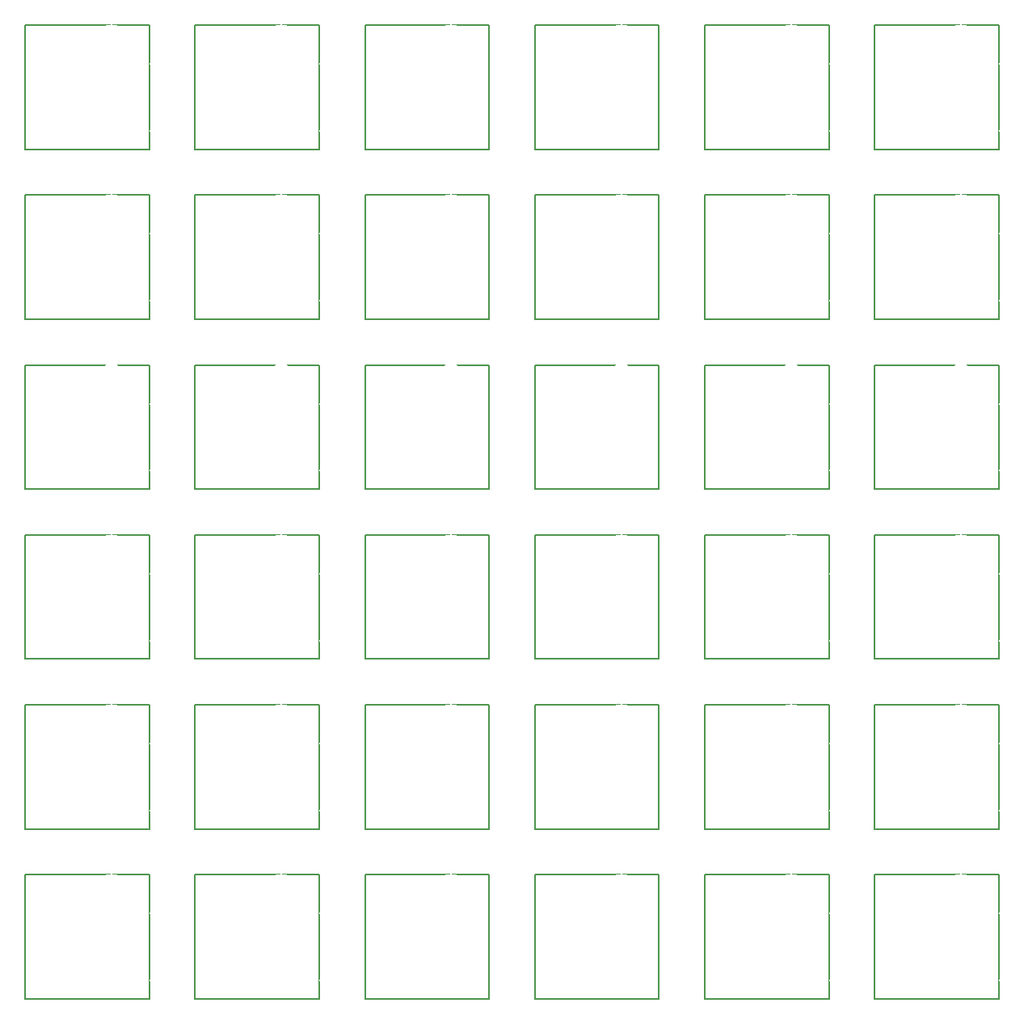
<source format=gto>
G04 #@! TF.GenerationSoftware,KiCad,Pcbnew,(5.1.4)-1*
G04 #@! TF.CreationDate,2020-01-11T14:22:52+01:00*
G04 #@! TF.ProjectId,plaque2,706c6171-7565-4322-9e6b-696361645f70,1*
G04 #@! TF.SameCoordinates,Original*
G04 #@! TF.FileFunction,Legend,Top*
G04 #@! TF.FilePolarity,Positive*
%FSLAX46Y46*%
G04 Gerber Fmt 4.6, Leading zero omitted, Abs format (unit mm)*
G04 Created by KiCad (PCBNEW (5.1.4)-1) date 2020-01-11 14:22:52*
%MOMM*%
%LPD*%
G04 APERTURE LIST*
%ADD10C,0.150000*%
%ADD11C,1.800000*%
%ADD12C,2.000000*%
%ADD13C,3.000000*%
%ADD14C,4.000000*%
%ADD15R,1.600000X1.600000*%
G04 APERTURE END LIST*
D10*
X181315000Y-115055000D02*
X181315000Y-102055000D01*
X194315000Y-115055000D02*
X181315000Y-115055000D01*
X194315000Y-102055000D02*
X194315000Y-115055000D01*
X181315000Y-102055000D02*
X194315000Y-102055000D01*
X199115000Y-115055000D02*
X199115000Y-102055000D01*
X212115000Y-115055000D02*
X199115000Y-115055000D01*
X212115000Y-102055000D02*
X212115000Y-115055000D01*
X199115000Y-102055000D02*
X212115000Y-102055000D01*
X163515000Y-102055000D02*
X176515000Y-102055000D01*
X176515000Y-102055000D02*
X176515000Y-115055000D01*
X176515000Y-115055000D02*
X163515000Y-115055000D01*
X163515000Y-115055000D02*
X163515000Y-102055000D01*
X181315000Y-30855000D02*
X194315000Y-30855000D01*
X194315000Y-30855000D02*
X194315000Y-43855000D01*
X194315000Y-43855000D02*
X181315000Y-43855000D01*
X181315000Y-43855000D02*
X181315000Y-30855000D01*
X199115000Y-119855000D02*
X212115000Y-119855000D01*
X212115000Y-119855000D02*
X212115000Y-132855000D01*
X212115000Y-132855000D02*
X199115000Y-132855000D01*
X199115000Y-132855000D02*
X199115000Y-119855000D01*
X181315000Y-119855000D02*
X194315000Y-119855000D01*
X194315000Y-119855000D02*
X194315000Y-132855000D01*
X194315000Y-132855000D02*
X181315000Y-132855000D01*
X181315000Y-132855000D02*
X181315000Y-119855000D01*
X163515000Y-132855000D02*
X163515000Y-119855000D01*
X176515000Y-132855000D02*
X163515000Y-132855000D01*
X176515000Y-119855000D02*
X176515000Y-132855000D01*
X163515000Y-119855000D02*
X176515000Y-119855000D01*
X199115000Y-30855000D02*
X212115000Y-30855000D01*
X212115000Y-30855000D02*
X212115000Y-43855000D01*
X212115000Y-43855000D02*
X199115000Y-43855000D01*
X199115000Y-43855000D02*
X199115000Y-30855000D01*
X163515000Y-97255000D02*
X163515000Y-84255000D01*
X176515000Y-97255000D02*
X163515000Y-97255000D01*
X176515000Y-84255000D02*
X176515000Y-97255000D01*
X163515000Y-84255000D02*
X176515000Y-84255000D01*
X199115000Y-79455000D02*
X199115000Y-66455000D01*
X212115000Y-79455000D02*
X199115000Y-79455000D01*
X212115000Y-66455000D02*
X212115000Y-79455000D01*
X199115000Y-66455000D02*
X212115000Y-66455000D01*
X181315000Y-79455000D02*
X181315000Y-66455000D01*
X194315000Y-79455000D02*
X181315000Y-79455000D01*
X194315000Y-66455000D02*
X194315000Y-79455000D01*
X181315000Y-66455000D02*
X194315000Y-66455000D01*
X163515000Y-43855000D02*
X163515000Y-30855000D01*
X176515000Y-43855000D02*
X163515000Y-43855000D01*
X176515000Y-30855000D02*
X176515000Y-43855000D01*
X163515000Y-30855000D02*
X176515000Y-30855000D01*
X163515000Y-66455000D02*
X176515000Y-66455000D01*
X176515000Y-66455000D02*
X176515000Y-79455000D01*
X176515000Y-79455000D02*
X163515000Y-79455000D01*
X163515000Y-79455000D02*
X163515000Y-66455000D01*
X199115000Y-84255000D02*
X212115000Y-84255000D01*
X212115000Y-84255000D02*
X212115000Y-97255000D01*
X212115000Y-97255000D02*
X199115000Y-97255000D01*
X199115000Y-97255000D02*
X199115000Y-84255000D01*
X181315000Y-84255000D02*
X194315000Y-84255000D01*
X194315000Y-84255000D02*
X194315000Y-97255000D01*
X194315000Y-97255000D02*
X181315000Y-97255000D01*
X181315000Y-97255000D02*
X181315000Y-84255000D01*
X199115000Y-61655000D02*
X199115000Y-48655000D01*
X212115000Y-61655000D02*
X199115000Y-61655000D01*
X212115000Y-48655000D02*
X212115000Y-61655000D01*
X199115000Y-48655000D02*
X212115000Y-48655000D01*
X181315000Y-61655000D02*
X181315000Y-48655000D01*
X194315000Y-61655000D02*
X181315000Y-61655000D01*
X194315000Y-48655000D02*
X194315000Y-61655000D01*
X181315000Y-48655000D02*
X194315000Y-48655000D01*
X163515000Y-48655000D02*
X176515000Y-48655000D01*
X176515000Y-48655000D02*
X176515000Y-61655000D01*
X176515000Y-61655000D02*
X163515000Y-61655000D01*
X163515000Y-61655000D02*
X163515000Y-48655000D01*
X127915000Y-102055000D02*
X140915000Y-102055000D01*
X140915000Y-102055000D02*
X140915000Y-115055000D01*
X140915000Y-115055000D02*
X127915000Y-115055000D01*
X127915000Y-115055000D02*
X127915000Y-102055000D01*
X145715000Y-102055000D02*
X158715000Y-102055000D01*
X158715000Y-102055000D02*
X158715000Y-115055000D01*
X158715000Y-115055000D02*
X145715000Y-115055000D01*
X145715000Y-115055000D02*
X145715000Y-102055000D01*
X110115000Y-115055000D02*
X110115000Y-102055000D01*
X123115000Y-115055000D02*
X110115000Y-115055000D01*
X123115000Y-102055000D02*
X123115000Y-115055000D01*
X110115000Y-102055000D02*
X123115000Y-102055000D01*
X145715000Y-132855000D02*
X145715000Y-119855000D01*
X158715000Y-132855000D02*
X145715000Y-132855000D01*
X158715000Y-119855000D02*
X158715000Y-132855000D01*
X145715000Y-119855000D02*
X158715000Y-119855000D01*
X127915000Y-132855000D02*
X127915000Y-119855000D01*
X140915000Y-132855000D02*
X127915000Y-132855000D01*
X140915000Y-119855000D02*
X140915000Y-132855000D01*
X127915000Y-119855000D02*
X140915000Y-119855000D01*
X110115000Y-119855000D02*
X123115000Y-119855000D01*
X123115000Y-119855000D02*
X123115000Y-132855000D01*
X123115000Y-132855000D02*
X110115000Y-132855000D01*
X110115000Y-132855000D02*
X110115000Y-119855000D01*
X127915000Y-66455000D02*
X140915000Y-66455000D01*
X140915000Y-66455000D02*
X140915000Y-79455000D01*
X140915000Y-79455000D02*
X127915000Y-79455000D01*
X127915000Y-79455000D02*
X127915000Y-66455000D01*
X145715000Y-66455000D02*
X158715000Y-66455000D01*
X158715000Y-66455000D02*
X158715000Y-79455000D01*
X158715000Y-79455000D02*
X145715000Y-79455000D01*
X145715000Y-79455000D02*
X145715000Y-66455000D01*
X110115000Y-79455000D02*
X110115000Y-66455000D01*
X123115000Y-79455000D02*
X110115000Y-79455000D01*
X123115000Y-66455000D02*
X123115000Y-79455000D01*
X110115000Y-66455000D02*
X123115000Y-66455000D01*
X145715000Y-97255000D02*
X145715000Y-84255000D01*
X158715000Y-97255000D02*
X145715000Y-97255000D01*
X158715000Y-84255000D02*
X158715000Y-97255000D01*
X145715000Y-84255000D02*
X158715000Y-84255000D01*
X127915000Y-97255000D02*
X127915000Y-84255000D01*
X140915000Y-97255000D02*
X127915000Y-97255000D01*
X140915000Y-84255000D02*
X140915000Y-97255000D01*
X127915000Y-84255000D02*
X140915000Y-84255000D01*
X110115000Y-84255000D02*
X123115000Y-84255000D01*
X123115000Y-84255000D02*
X123115000Y-97255000D01*
X123115000Y-97255000D02*
X110115000Y-97255000D01*
X110115000Y-97255000D02*
X110115000Y-84255000D01*
X127915000Y-48655000D02*
X140915000Y-48655000D01*
X140915000Y-48655000D02*
X140915000Y-61655000D01*
X140915000Y-61655000D02*
X127915000Y-61655000D01*
X127915000Y-61655000D02*
X127915000Y-48655000D01*
X145715000Y-48655000D02*
X158715000Y-48655000D01*
X158715000Y-48655000D02*
X158715000Y-61655000D01*
X158715000Y-61655000D02*
X145715000Y-61655000D01*
X145715000Y-61655000D02*
X145715000Y-48655000D01*
X110115000Y-61655000D02*
X110115000Y-48655000D01*
X123115000Y-61655000D02*
X110115000Y-61655000D01*
X123115000Y-48655000D02*
X123115000Y-61655000D01*
X110115000Y-48655000D02*
X123115000Y-48655000D01*
X145715000Y-43855000D02*
X145715000Y-30855000D01*
X158715000Y-43855000D02*
X145715000Y-43855000D01*
X158715000Y-30855000D02*
X158715000Y-43855000D01*
X145715000Y-30855000D02*
X158715000Y-30855000D01*
X127915000Y-43855000D02*
X127915000Y-30855000D01*
X140915000Y-43855000D02*
X127915000Y-43855000D01*
X140915000Y-30855000D02*
X140915000Y-43855000D01*
X127915000Y-30855000D02*
X140915000Y-30855000D01*
X110115000Y-30855000D02*
X123115000Y-30855000D01*
X123115000Y-30855000D02*
X123115000Y-43855000D01*
X123115000Y-43855000D02*
X110115000Y-43855000D01*
X110115000Y-43855000D02*
X110115000Y-30855000D01*
%LPC*%
D11*
X192290000Y-101030000D03*
D12*
X182735000Y-108555000D03*
D13*
X184005000Y-106015000D03*
D14*
X187815000Y-108555000D03*
D13*
X190355000Y-103475000D03*
D12*
X192895000Y-108555000D03*
D15*
X183790000Y-112330000D03*
X191410000Y-112330000D03*
D11*
X180290000Y-113330000D03*
X195290000Y-113130000D03*
X182390000Y-116030000D03*
D12*
X200535000Y-108555000D03*
D13*
X201805000Y-106015000D03*
D14*
X205615000Y-108555000D03*
D13*
X208155000Y-103475000D03*
D12*
X210695000Y-108555000D03*
D11*
X174490000Y-118830000D03*
X164590000Y-133830000D03*
X162490000Y-131130000D03*
X177490000Y-130930000D03*
X164590000Y-101030000D03*
D12*
X175095000Y-108555000D03*
D13*
X172555000Y-103475000D03*
D14*
X170015000Y-108555000D03*
D13*
X166205000Y-106015000D03*
D12*
X164935000Y-108555000D03*
D11*
X210090000Y-116030000D03*
X162495000Y-103575000D03*
X162495000Y-121375000D03*
X174490000Y-133830000D03*
X164590000Y-118830000D03*
X198095000Y-103575000D03*
X198090000Y-113330000D03*
X177490000Y-106115000D03*
X200190000Y-101030000D03*
D15*
X201590000Y-112330000D03*
X209210000Y-112330000D03*
D11*
X162490000Y-113330000D03*
X210090000Y-101030000D03*
X213090000Y-106115000D03*
X200190000Y-116030000D03*
X213090000Y-113130000D03*
X174490000Y-116030000D03*
X177490000Y-113130000D03*
D15*
X165990000Y-130130000D03*
X173610000Y-130130000D03*
X173610000Y-112330000D03*
X165990000Y-112330000D03*
D11*
X180295000Y-103575000D03*
X182390000Y-101030000D03*
X195290000Y-106115000D03*
X192290000Y-116030000D03*
X192290000Y-29830000D03*
D12*
X192895000Y-37355000D03*
D13*
X190355000Y-32275000D03*
D14*
X187815000Y-37355000D03*
D13*
X184005000Y-34815000D03*
D12*
X182735000Y-37355000D03*
D15*
X191410000Y-41130000D03*
X183790000Y-41130000D03*
D11*
X180295000Y-32375000D03*
X180290000Y-42130000D03*
X195290000Y-41930000D03*
X182390000Y-29830000D03*
X195290000Y-34915000D03*
X182390000Y-44830000D03*
X192290000Y-44830000D03*
X174490000Y-47630000D03*
X164590000Y-62630000D03*
X162490000Y-59930000D03*
X162495000Y-50175000D03*
D15*
X173610000Y-58930000D03*
X165990000Y-58930000D03*
D11*
X177490000Y-59730000D03*
X174490000Y-62630000D03*
X164590000Y-47630000D03*
X174490000Y-101030000D03*
X164590000Y-116030000D03*
X195290000Y-130930000D03*
D15*
X191410000Y-130130000D03*
X183790000Y-130130000D03*
D12*
X210695000Y-126355000D03*
D13*
X208155000Y-121275000D03*
D14*
X205615000Y-126355000D03*
D13*
X201805000Y-123815000D03*
D12*
X200535000Y-126355000D03*
X192895000Y-126355000D03*
D13*
X190355000Y-121275000D03*
D14*
X187815000Y-126355000D03*
D13*
X184005000Y-123815000D03*
D12*
X182735000Y-126355000D03*
D11*
X210090000Y-133830000D03*
X180290000Y-131130000D03*
X182390000Y-133830000D03*
X192290000Y-133830000D03*
D12*
X164935000Y-126355000D03*
D13*
X166205000Y-123815000D03*
D14*
X170015000Y-126355000D03*
D13*
X172555000Y-121275000D03*
D12*
X175095000Y-126355000D03*
D11*
X182390000Y-118830000D03*
X210090000Y-118830000D03*
X198090000Y-131130000D03*
X177490000Y-123915000D03*
X200190000Y-133830000D03*
X192290000Y-118830000D03*
X195290000Y-123915000D03*
X198095000Y-121375000D03*
D15*
X209210000Y-130130000D03*
X201590000Y-130130000D03*
D11*
X200190000Y-118830000D03*
X213090000Y-123915000D03*
X180295000Y-121375000D03*
X213090000Y-130930000D03*
X198095000Y-32375000D03*
X198090000Y-42130000D03*
X200190000Y-29830000D03*
D12*
X210695000Y-37355000D03*
D13*
X208155000Y-32275000D03*
D14*
X205615000Y-37355000D03*
D13*
X201805000Y-34815000D03*
D12*
X200535000Y-37355000D03*
D15*
X209210000Y-41130000D03*
X201590000Y-41130000D03*
D11*
X213090000Y-41930000D03*
X210090000Y-44830000D03*
X200190000Y-44830000D03*
X213090000Y-34915000D03*
X210090000Y-29830000D03*
X200190000Y-98230000D03*
X200190000Y-83230000D03*
X213090000Y-88315000D03*
X192290000Y-98230000D03*
X210090000Y-98230000D03*
D12*
X164935000Y-90755000D03*
D13*
X166205000Y-88215000D03*
D14*
X170015000Y-90755000D03*
D13*
X172555000Y-85675000D03*
D12*
X175095000Y-90755000D03*
D11*
X198090000Y-95530000D03*
X180295000Y-85775000D03*
X213090000Y-95330000D03*
X210090000Y-83230000D03*
X177490000Y-88315000D03*
X198095000Y-85775000D03*
X192290000Y-83230000D03*
X195290000Y-88315000D03*
D15*
X209210000Y-94530000D03*
X201590000Y-94530000D03*
D11*
X180290000Y-77730000D03*
X182390000Y-65430000D03*
X174490000Y-83230000D03*
X200190000Y-80430000D03*
X195290000Y-70515000D03*
D12*
X200535000Y-72955000D03*
D13*
X201805000Y-70415000D03*
D14*
X205615000Y-72955000D03*
D13*
X208155000Y-67875000D03*
D12*
X210695000Y-72955000D03*
D11*
X164590000Y-98230000D03*
X177490000Y-95330000D03*
X210090000Y-80430000D03*
X210090000Y-65430000D03*
D15*
X165990000Y-94530000D03*
X173610000Y-94530000D03*
D11*
X200190000Y-65430000D03*
X213090000Y-77530000D03*
D15*
X183790000Y-76730000D03*
X191410000Y-76730000D03*
D11*
X195290000Y-77530000D03*
X162490000Y-95530000D03*
X162495000Y-85775000D03*
X174490000Y-98230000D03*
X164590000Y-83230000D03*
X198095000Y-67975000D03*
X198090000Y-77730000D03*
D15*
X201590000Y-76730000D03*
X209210000Y-76730000D03*
D11*
X192290000Y-80430000D03*
X213090000Y-70515000D03*
X192290000Y-65430000D03*
D12*
X182735000Y-72955000D03*
D13*
X184005000Y-70415000D03*
D14*
X187815000Y-72955000D03*
D13*
X190355000Y-67875000D03*
D12*
X192895000Y-72955000D03*
D11*
X180295000Y-67975000D03*
X182390000Y-80430000D03*
D12*
X164935000Y-37355000D03*
D13*
X166205000Y-34815000D03*
D14*
X170015000Y-37355000D03*
D13*
X172555000Y-32275000D03*
D12*
X175095000Y-37355000D03*
D11*
X177490000Y-34915000D03*
D15*
X165990000Y-41130000D03*
X173610000Y-41130000D03*
D11*
X162490000Y-42130000D03*
X177490000Y-41930000D03*
X162495000Y-32375000D03*
X174490000Y-44830000D03*
X182390000Y-98230000D03*
X162490000Y-77730000D03*
D12*
X175095000Y-72955000D03*
D13*
X172555000Y-67875000D03*
D14*
X170015000Y-72955000D03*
D13*
X166205000Y-70415000D03*
D12*
X164935000Y-72955000D03*
D11*
X177490000Y-70515000D03*
X174490000Y-80430000D03*
D12*
X210695000Y-90755000D03*
D13*
X208155000Y-85675000D03*
D14*
X205615000Y-90755000D03*
D13*
X201805000Y-88215000D03*
D12*
X200535000Y-90755000D03*
D11*
X182390000Y-83230000D03*
X180290000Y-95530000D03*
D15*
X173610000Y-76730000D03*
X165990000Y-76730000D03*
D11*
X164590000Y-80430000D03*
X162495000Y-67975000D03*
X177490000Y-77530000D03*
X164590000Y-65430000D03*
X174490000Y-65430000D03*
X195290000Y-95330000D03*
D12*
X192895000Y-90755000D03*
D13*
X190355000Y-85675000D03*
D14*
X187815000Y-90755000D03*
D13*
X184005000Y-88215000D03*
D12*
X182735000Y-90755000D03*
D15*
X191410000Y-94530000D03*
X183790000Y-94530000D03*
D11*
X164590000Y-29830000D03*
X174490000Y-29830000D03*
X164590000Y-44830000D03*
X195290000Y-59730000D03*
D12*
X200535000Y-55155000D03*
D13*
X201805000Y-52615000D03*
D14*
X205615000Y-55155000D03*
D13*
X208155000Y-50075000D03*
D12*
X210695000Y-55155000D03*
X182735000Y-55155000D03*
D13*
X184005000Y-52615000D03*
D14*
X187815000Y-55155000D03*
D13*
X190355000Y-50075000D03*
D12*
X192895000Y-55155000D03*
D15*
X183790000Y-58930000D03*
X191410000Y-58930000D03*
D11*
X182390000Y-47630000D03*
X180290000Y-59930000D03*
X182390000Y-62630000D03*
X192290000Y-62630000D03*
X210090000Y-62630000D03*
D12*
X175095000Y-55155000D03*
D13*
X172555000Y-50075000D03*
D14*
X170015000Y-55155000D03*
D13*
X166205000Y-52615000D03*
D12*
X164935000Y-55155000D03*
D11*
X210090000Y-47630000D03*
X198090000Y-59930000D03*
X177490000Y-52715000D03*
X200190000Y-62630000D03*
X192290000Y-47630000D03*
X195290000Y-52715000D03*
X198095000Y-50175000D03*
D15*
X201590000Y-58930000D03*
X209210000Y-58930000D03*
D11*
X200190000Y-47630000D03*
X213090000Y-52715000D03*
X180295000Y-50175000D03*
X213090000Y-59730000D03*
X138890000Y-101030000D03*
D12*
X139495000Y-108555000D03*
D13*
X136955000Y-103475000D03*
D14*
X134415000Y-108555000D03*
D13*
X130605000Y-106015000D03*
D12*
X129335000Y-108555000D03*
D15*
X138010000Y-112330000D03*
X130390000Y-112330000D03*
D11*
X126895000Y-103575000D03*
X126890000Y-113330000D03*
X141890000Y-113130000D03*
X128990000Y-101030000D03*
X141890000Y-106115000D03*
X128990000Y-116030000D03*
X138890000Y-116030000D03*
X121090000Y-118830000D03*
X111190000Y-133830000D03*
X109090000Y-131130000D03*
X109095000Y-121375000D03*
D15*
X120210000Y-130130000D03*
X112590000Y-130130000D03*
D11*
X124090000Y-130930000D03*
X121090000Y-133830000D03*
X111190000Y-118830000D03*
X144695000Y-103575000D03*
X144690000Y-113330000D03*
X146790000Y-101030000D03*
D12*
X157295000Y-108555000D03*
D13*
X154755000Y-103475000D03*
D14*
X152215000Y-108555000D03*
D13*
X148405000Y-106015000D03*
D12*
X147135000Y-108555000D03*
D15*
X155810000Y-112330000D03*
X148190000Y-112330000D03*
D11*
X159690000Y-113130000D03*
X156690000Y-116030000D03*
X146790000Y-116030000D03*
X159690000Y-106115000D03*
X156690000Y-101030000D03*
D12*
X111535000Y-108555000D03*
D13*
X112805000Y-106015000D03*
D14*
X116615000Y-108555000D03*
D13*
X119155000Y-103475000D03*
D12*
X121695000Y-108555000D03*
D11*
X124090000Y-106115000D03*
D15*
X112590000Y-112330000D03*
X120210000Y-112330000D03*
D11*
X109090000Y-113330000D03*
X124090000Y-113130000D03*
X109095000Y-103575000D03*
X121090000Y-116030000D03*
X111190000Y-101030000D03*
X121090000Y-101030000D03*
X111190000Y-116030000D03*
X141890000Y-130930000D03*
D12*
X147135000Y-126355000D03*
D13*
X148405000Y-123815000D03*
D14*
X152215000Y-126355000D03*
D13*
X154755000Y-121275000D03*
D12*
X157295000Y-126355000D03*
X129335000Y-126355000D03*
D13*
X130605000Y-123815000D03*
D14*
X134415000Y-126355000D03*
D13*
X136955000Y-121275000D03*
D12*
X139495000Y-126355000D03*
D15*
X130390000Y-130130000D03*
X138010000Y-130130000D03*
D11*
X128990000Y-118830000D03*
X126890000Y-131130000D03*
X128990000Y-133830000D03*
X138890000Y-133830000D03*
X156690000Y-133830000D03*
D12*
X121695000Y-126355000D03*
D13*
X119155000Y-121275000D03*
D14*
X116615000Y-126355000D03*
D13*
X112805000Y-123815000D03*
D12*
X111535000Y-126355000D03*
D11*
X156690000Y-118830000D03*
X144690000Y-131130000D03*
X124090000Y-123915000D03*
X146790000Y-133830000D03*
X138890000Y-118830000D03*
X141890000Y-123915000D03*
X144695000Y-121375000D03*
D15*
X148190000Y-130130000D03*
X155810000Y-130130000D03*
D11*
X146790000Y-118830000D03*
X159690000Y-123915000D03*
X126895000Y-121375000D03*
X159690000Y-130930000D03*
X138890000Y-65430000D03*
D12*
X139495000Y-72955000D03*
D13*
X136955000Y-67875000D03*
D14*
X134415000Y-72955000D03*
D13*
X130605000Y-70415000D03*
D12*
X129335000Y-72955000D03*
D15*
X138010000Y-76730000D03*
X130390000Y-76730000D03*
D11*
X126895000Y-67975000D03*
X126890000Y-77730000D03*
X141890000Y-77530000D03*
X128990000Y-65430000D03*
X141890000Y-70515000D03*
X128990000Y-80430000D03*
X138890000Y-80430000D03*
X121090000Y-83230000D03*
X111190000Y-98230000D03*
X109090000Y-95530000D03*
X109095000Y-85775000D03*
D15*
X120210000Y-94530000D03*
X112590000Y-94530000D03*
D11*
X124090000Y-95330000D03*
X121090000Y-98230000D03*
X111190000Y-83230000D03*
X144695000Y-67975000D03*
X144690000Y-77730000D03*
X146790000Y-65430000D03*
D12*
X157295000Y-72955000D03*
D13*
X154755000Y-67875000D03*
D14*
X152215000Y-72955000D03*
D13*
X148405000Y-70415000D03*
D12*
X147135000Y-72955000D03*
D15*
X155810000Y-76730000D03*
X148190000Y-76730000D03*
D11*
X159690000Y-77530000D03*
X156690000Y-80430000D03*
X146790000Y-80430000D03*
X159690000Y-70515000D03*
X156690000Y-65430000D03*
D12*
X111535000Y-72955000D03*
D13*
X112805000Y-70415000D03*
D14*
X116615000Y-72955000D03*
D13*
X119155000Y-67875000D03*
D12*
X121695000Y-72955000D03*
D11*
X124090000Y-70515000D03*
D15*
X112590000Y-76730000D03*
X120210000Y-76730000D03*
D11*
X109090000Y-77730000D03*
X124090000Y-77530000D03*
X109095000Y-67975000D03*
X121090000Y-80430000D03*
X111190000Y-65430000D03*
X121090000Y-65430000D03*
X111190000Y-80430000D03*
X141890000Y-95330000D03*
D12*
X147135000Y-90755000D03*
D13*
X148405000Y-88215000D03*
D14*
X152215000Y-90755000D03*
D13*
X154755000Y-85675000D03*
D12*
X157295000Y-90755000D03*
X129335000Y-90755000D03*
D13*
X130605000Y-88215000D03*
D14*
X134415000Y-90755000D03*
D13*
X136955000Y-85675000D03*
D12*
X139495000Y-90755000D03*
D15*
X130390000Y-94530000D03*
X138010000Y-94530000D03*
D11*
X128990000Y-83230000D03*
X126890000Y-95530000D03*
X128990000Y-98230000D03*
X138890000Y-98230000D03*
X156690000Y-98230000D03*
D12*
X121695000Y-90755000D03*
D13*
X119155000Y-85675000D03*
D14*
X116615000Y-90755000D03*
D13*
X112805000Y-88215000D03*
D12*
X111535000Y-90755000D03*
D11*
X156690000Y-83230000D03*
X144690000Y-95530000D03*
X124090000Y-88315000D03*
X146790000Y-98230000D03*
X138890000Y-83230000D03*
X141890000Y-88315000D03*
X144695000Y-85775000D03*
D15*
X148190000Y-94530000D03*
X155810000Y-94530000D03*
D11*
X146790000Y-83230000D03*
X159690000Y-88315000D03*
X126895000Y-85775000D03*
X159690000Y-95330000D03*
X138890000Y-47630000D03*
D12*
X139495000Y-55155000D03*
D13*
X136955000Y-50075000D03*
D14*
X134415000Y-55155000D03*
D13*
X130605000Y-52615000D03*
D12*
X129335000Y-55155000D03*
D15*
X138010000Y-58930000D03*
X130390000Y-58930000D03*
D11*
X126895000Y-50175000D03*
X126890000Y-59930000D03*
X141890000Y-59730000D03*
X128990000Y-47630000D03*
X141890000Y-52715000D03*
X128990000Y-62630000D03*
X138890000Y-62630000D03*
X144695000Y-50175000D03*
X144690000Y-59930000D03*
X146790000Y-47630000D03*
D12*
X157295000Y-55155000D03*
D13*
X154755000Y-50075000D03*
D14*
X152215000Y-55155000D03*
D13*
X148405000Y-52615000D03*
D12*
X147135000Y-55155000D03*
D15*
X155810000Y-58930000D03*
X148190000Y-58930000D03*
D11*
X159690000Y-59730000D03*
X156690000Y-62630000D03*
X146790000Y-62630000D03*
X159690000Y-52715000D03*
X156690000Y-47630000D03*
D12*
X111535000Y-55155000D03*
D13*
X112805000Y-52615000D03*
D14*
X116615000Y-55155000D03*
D13*
X119155000Y-50075000D03*
D12*
X121695000Y-55155000D03*
D11*
X124090000Y-52715000D03*
D15*
X112590000Y-58930000D03*
X120210000Y-58930000D03*
D11*
X109090000Y-59930000D03*
X124090000Y-59730000D03*
X109095000Y-50175000D03*
X121090000Y-62630000D03*
X111190000Y-47630000D03*
X121090000Y-47630000D03*
X111190000Y-62630000D03*
D12*
X147135000Y-37355000D03*
D13*
X148405000Y-34815000D03*
D14*
X152215000Y-37355000D03*
D13*
X154755000Y-32275000D03*
D12*
X157295000Y-37355000D03*
D11*
X159690000Y-34915000D03*
D15*
X148190000Y-41130000D03*
X155810000Y-41130000D03*
D11*
X144690000Y-42130000D03*
X159690000Y-41930000D03*
X144695000Y-32375000D03*
X156690000Y-44830000D03*
X146790000Y-29830000D03*
X156690000Y-29830000D03*
X146790000Y-44830000D03*
D12*
X129335000Y-37355000D03*
D13*
X130605000Y-34815000D03*
D14*
X134415000Y-37355000D03*
D13*
X136955000Y-32275000D03*
D12*
X139495000Y-37355000D03*
D11*
X141890000Y-34915000D03*
D15*
X130390000Y-41130000D03*
X138010000Y-41130000D03*
D11*
X126890000Y-42130000D03*
X141890000Y-41930000D03*
X126895000Y-32375000D03*
X138890000Y-44830000D03*
X128990000Y-29830000D03*
X138890000Y-29830000D03*
X128990000Y-44830000D03*
D15*
X120210000Y-41130000D03*
X112590000Y-41130000D03*
D11*
X121090000Y-44830000D03*
X124090000Y-41930000D03*
X124090000Y-34915000D03*
D12*
X121695000Y-37355000D03*
D13*
X119155000Y-32275000D03*
D14*
X116615000Y-37355000D03*
D13*
X112805000Y-34815000D03*
D12*
X111535000Y-37355000D03*
D11*
X109090000Y-42130000D03*
X109095000Y-32375000D03*
X111190000Y-44830000D03*
X111190000Y-29830000D03*
X121090000Y-29830000D03*
M02*

</source>
